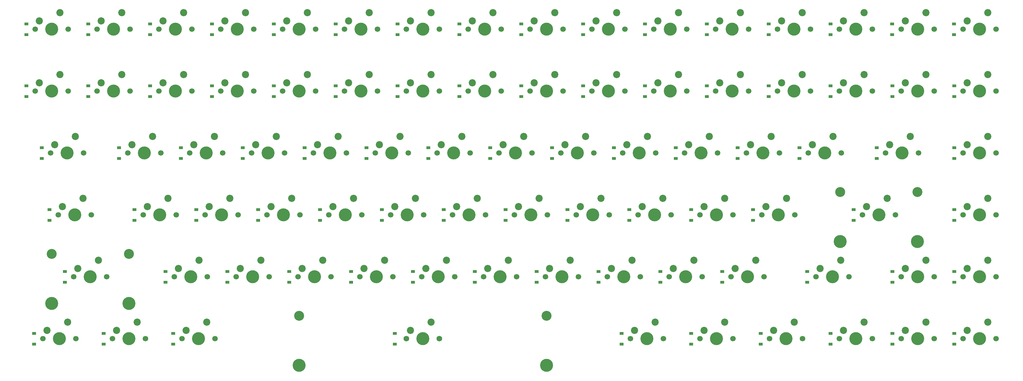
<source format=gbr>
%TF.GenerationSoftware,KiCad,Pcbnew,7.0.1*%
%TF.CreationDate,2023-03-28T18:38:34-04:00*%
%TF.ProjectId,project,70726f6a-6563-4742-9e6b-696361645f70,rev?*%
%TF.SameCoordinates,Original*%
%TF.FileFunction,Soldermask,Top*%
%TF.FilePolarity,Negative*%
%FSLAX46Y46*%
G04 Gerber Fmt 4.6, Leading zero omitted, Abs format (unit mm)*
G04 Created by KiCad (PCBNEW 7.0.1) date 2023-03-28 18:38:34*
%MOMM*%
%LPD*%
G01*
G04 APERTURE LIST*
%ADD10C,2.200000*%
%ADD11C,1.700000*%
%ADD12C,4.000000*%
%ADD13R,1.200000X0.900000*%
%ADD14C,3.050000*%
%ADD15C,1.750000*%
G04 APERTURE END LIST*
D10*
%TO.C,SW18*%
X89535000Y-113030000D03*
X95885000Y-110490000D03*
D11*
X98425000Y-115570000D03*
D12*
X93345000Y-115570000D03*
D11*
X88265000Y-115570000D03*
%TD*%
D13*
%TO.C,D14*%
X80808300Y-152020000D03*
X80808300Y-155320000D03*
%TD*%
%TO.C,D40*%
X166527900Y-132970000D03*
X166527900Y-136270000D03*
%TD*%
%TO.C,D58*%
X247479900Y-75820000D03*
X247479900Y-79120000D03*
%TD*%
%TO.C,D74*%
X285582900Y-171070000D03*
X285582900Y-174370000D03*
%TD*%
D10*
%TO.C,SW11*%
X80010000Y-93980000D03*
X86360000Y-91440000D03*
D11*
X88900000Y-96520000D03*
D12*
X83820000Y-96520000D03*
D11*
X78740000Y-96520000D03*
%TD*%
D10*
%TO.C,SW79*%
X308610000Y-170180000D03*
X314960000Y-167640000D03*
D11*
X317500000Y-172720000D03*
D12*
X312420000Y-172720000D03*
D11*
X307340000Y-172720000D03*
%TD*%
D13*
%TO.C,D67*%
X261771900Y-132970000D03*
X261771900Y-136270000D03*
%TD*%
D10*
%TO.C,SW30*%
X141922500Y-151130000D03*
X148272500Y-148590000D03*
D11*
X150812500Y-153670000D03*
D12*
X145732500Y-153670000D03*
D11*
X140652500Y-153670000D03*
%TD*%
D10*
%TO.C,SW32*%
X156210000Y-93980000D03*
X162560000Y-91440000D03*
D11*
X165100000Y-96520000D03*
D12*
X160020000Y-96520000D03*
D11*
X154940000Y-96520000D03*
%TD*%
D13*
%TO.C,D34*%
X147479100Y-132970000D03*
X147479100Y-136270000D03*
%TD*%
%TO.C,D42*%
X190333500Y-75820000D03*
X190333500Y-79120000D03*
%TD*%
%TO.C,D33*%
X142716900Y-113920000D03*
X142716900Y-117220000D03*
%TD*%
D10*
%TO.C,SW63*%
X246697500Y-170180000D03*
X253047500Y-167640000D03*
D11*
X255587500Y-172720000D03*
D12*
X250507500Y-172720000D03*
D11*
X245427500Y-172720000D03*
%TD*%
D13*
%TO.C,D8*%
X49854000Y-152020000D03*
X49854000Y-155320000D03*
%TD*%
D10*
%TO.C,SW6*%
X60960000Y-74930000D03*
X67310000Y-72390000D03*
D11*
X69850000Y-77470000D03*
D12*
X64770000Y-77470000D03*
D11*
X59690000Y-77470000D03*
%TD*%
D10*
%TO.C,SW23*%
X108585000Y-113030000D03*
X114935000Y-110490000D03*
D11*
X117475000Y-115570000D03*
D12*
X112395000Y-115570000D03*
D11*
X107315000Y-115570000D03*
%TD*%
D13*
%TO.C,D21*%
X114138300Y-75820000D03*
X114138300Y-79120000D03*
%TD*%
D10*
%TO.C,SW66*%
X260985000Y-113030000D03*
X267335000Y-110490000D03*
D11*
X269875000Y-115570000D03*
D12*
X264795000Y-115570000D03*
D11*
X259715000Y-115570000D03*
%TD*%
D13*
%TO.C,D64*%
X266528700Y-75820000D03*
X266528700Y-79120000D03*
%TD*%
%TO.C,D73*%
X278439600Y-152020000D03*
X278439600Y-155320000D03*
%TD*%
D10*
%TO.C,SW68*%
X268128750Y-170180000D03*
X274478750Y-167640000D03*
D11*
X277018750Y-172720000D03*
D12*
X271938750Y-172720000D03*
D11*
X266858750Y-172720000D03*
%TD*%
D13*
%TO.C,D77*%
X299869500Y-113920000D03*
X299869500Y-117220000D03*
%TD*%
%TO.C,D35*%
X157003500Y-152020000D03*
X157003500Y-155320000D03*
%TD*%
D10*
%TO.C,SW84*%
X327660000Y-151130000D03*
X334010000Y-148590000D03*
D11*
X336550000Y-153670000D03*
D12*
X331470000Y-153670000D03*
D11*
X326390000Y-153670000D03*
%TD*%
D13*
%TO.C,D46*%
X195101100Y-152020000D03*
X195101100Y-155320000D03*
%TD*%
%TO.C,D3*%
X42710700Y-113920000D03*
X42710700Y-117220000D03*
%TD*%
D10*
%TO.C,SW71*%
X280035000Y-113030000D03*
X286385000Y-110490000D03*
D11*
X288925000Y-115570000D03*
D12*
X283845000Y-115570000D03*
D11*
X278765000Y-115570000D03*
%TD*%
D10*
%TO.C,SW46*%
X199072500Y-151130000D03*
X205422500Y-148590000D03*
D11*
X207962500Y-153670000D03*
D12*
X202882500Y-153670000D03*
D11*
X197802500Y-153670000D03*
%TD*%
D10*
%TO.C,SW1*%
X41910000Y-74930000D03*
X48260000Y-72390000D03*
D11*
X50800000Y-77470000D03*
D12*
X45720000Y-77470000D03*
D11*
X40640000Y-77470000D03*
%TD*%
D10*
%TO.C,SW73*%
X282416250Y-151130000D03*
X288766250Y-148590000D03*
D11*
X291306250Y-153670000D03*
D12*
X286226250Y-153670000D03*
D11*
X281146250Y-153670000D03*
%TD*%
D10*
%TO.C,SW36*%
X156210000Y-170180000D03*
X162560000Y-167640000D03*
D12*
X198120000Y-180960000D03*
D14*
X198120000Y-165720000D03*
D15*
X165100000Y-172720000D03*
D12*
X160020000Y-172720000D03*
D15*
X154940000Y-172720000D03*
D12*
X121920000Y-180960000D03*
D14*
X121920000Y-165720000D03*
%TD*%
D13*
%TO.C,D19*%
X90332700Y-132970000D03*
X90332700Y-136270000D03*
%TD*%
%TO.C,D9*%
X61759500Y-171070000D03*
X61759500Y-174370000D03*
%TD*%
%TO.C,D81*%
X323680500Y-94870000D03*
X323680500Y-98170000D03*
%TD*%
D10*
%TO.C,SW55*%
X227647500Y-132080000D03*
X233997500Y-129540000D03*
D11*
X236537500Y-134620000D03*
D12*
X231457500Y-134620000D03*
D11*
X226377500Y-134620000D03*
%TD*%
D13*
%TO.C,D25*%
X118905900Y-152020000D03*
X118905900Y-155320000D03*
%TD*%
D10*
%TO.C,SW83*%
X327660000Y-132080000D03*
X334010000Y-129540000D03*
D11*
X336550000Y-134620000D03*
D12*
X331470000Y-134620000D03*
D11*
X326390000Y-134620000D03*
%TD*%
D10*
%TO.C,SW81*%
X327660000Y-93980000D03*
X334010000Y-91440000D03*
D11*
X336550000Y-96520000D03*
D12*
X331470000Y-96520000D03*
D11*
X326390000Y-96520000D03*
%TD*%
D10*
%TO.C,SW10*%
X80010000Y-74930000D03*
X86360000Y-72390000D03*
D11*
X88900000Y-77470000D03*
D12*
X83820000Y-77470000D03*
D11*
X78740000Y-77470000D03*
%TD*%
D10*
%TO.C,SW53*%
X232410000Y-93980000D03*
X238760000Y-91440000D03*
D11*
X241300000Y-96520000D03*
D12*
X236220000Y-96520000D03*
D11*
X231140000Y-96520000D03*
%TD*%
D10*
%TO.C,SW13*%
X75247500Y-132080000D03*
X81597500Y-129540000D03*
D11*
X84137500Y-134620000D03*
D12*
X79057500Y-134620000D03*
D11*
X73977500Y-134620000D03*
%TD*%
D10*
%TO.C,SW67*%
X265747500Y-132080000D03*
X272097500Y-129540000D03*
D11*
X274637500Y-134620000D03*
D12*
X269557500Y-134620000D03*
D11*
X264477500Y-134620000D03*
%TD*%
D10*
%TO.C,SW31*%
X156210000Y-74930000D03*
X162560000Y-72390000D03*
D11*
X165100000Y-77470000D03*
D12*
X160020000Y-77470000D03*
D11*
X154940000Y-77470000D03*
%TD*%
D10*
%TO.C,SW61*%
X246697500Y-132080000D03*
X253047500Y-129540000D03*
D11*
X255587500Y-134620000D03*
D12*
X250507500Y-134620000D03*
D11*
X245427500Y-134620000D03*
%TD*%
D10*
%TO.C,SW21*%
X118110000Y-74930000D03*
X124460000Y-72390000D03*
D11*
X127000000Y-77470000D03*
D12*
X121920000Y-77470000D03*
D11*
X116840000Y-77470000D03*
%TD*%
D10*
%TO.C,SW39*%
X165735000Y-113030000D03*
X172085000Y-110490000D03*
D11*
X174625000Y-115570000D03*
D12*
X169545000Y-115570000D03*
D11*
X164465000Y-115570000D03*
%TD*%
D10*
%TO.C,SW37*%
X175260000Y-74930000D03*
X181610000Y-72390000D03*
D11*
X184150000Y-77470000D03*
D12*
X179070000Y-77470000D03*
D11*
X173990000Y-77470000D03*
%TD*%
D13*
%TO.C,D70*%
X285582900Y-94870000D03*
X285582900Y-98170000D03*
%TD*%
%TO.C,D18*%
X85570500Y-113920000D03*
X85570500Y-117220000D03*
%TD*%
D10*
%TO.C,SW14*%
X84772500Y-151130000D03*
X91122500Y-148590000D03*
D11*
X93662500Y-153670000D03*
D12*
X88582500Y-153670000D03*
D11*
X83502500Y-153670000D03*
%TD*%
D10*
%TO.C,SW20*%
X103822500Y-151130000D03*
X110172500Y-148590000D03*
D11*
X112712500Y-153670000D03*
D12*
X107632500Y-153670000D03*
D11*
X102552500Y-153670000D03*
%TD*%
D13*
%TO.C,D10*%
X76040700Y-75820000D03*
X76040700Y-79120000D03*
%TD*%
%TO.C,D79*%
X304631700Y-171070000D03*
X304631700Y-174370000D03*
%TD*%
D10*
%TO.C,SW17*%
X99060000Y-93980000D03*
X105410000Y-91440000D03*
D11*
X107950000Y-96520000D03*
D12*
X102870000Y-96520000D03*
D11*
X97790000Y-96520000D03*
%TD*%
D13*
%TO.C,D44*%
X180814500Y-113920000D03*
X180814500Y-117220000D03*
%TD*%
%TO.C,D52*%
X228431100Y-75820000D03*
X228431100Y-79120000D03*
%TD*%
D10*
%TO.C,SW8*%
X53816250Y-151130000D03*
X60166250Y-148590000D03*
D12*
X69526250Y-161910000D03*
D14*
X69526250Y-146670000D03*
D11*
X62706250Y-153670000D03*
D12*
X57626250Y-153670000D03*
D11*
X52546250Y-153670000D03*
D12*
X45726250Y-161910000D03*
D14*
X45726250Y-146670000D03*
%TD*%
D10*
%TO.C,SW4*%
X49053750Y-132080000D03*
X55403750Y-129540000D03*
D11*
X57943750Y-134620000D03*
D12*
X52863750Y-134620000D03*
D11*
X47783750Y-134620000D03*
%TD*%
D13*
%TO.C,D51*%
X214149900Y-152020000D03*
X214149900Y-155320000D03*
%TD*%
%TO.C,D55*%
X223674300Y-132970000D03*
X223674300Y-136270000D03*
%TD*%
D10*
%TO.C,SW75*%
X308610000Y-74930000D03*
X314960000Y-72390000D03*
D11*
X317500000Y-77470000D03*
D12*
X312420000Y-77470000D03*
D11*
X307340000Y-77470000D03*
%TD*%
D10*
%TO.C,SW7*%
X60960000Y-93980000D03*
X67310000Y-91440000D03*
D11*
X69850000Y-96520000D03*
D12*
X64770000Y-96520000D03*
D11*
X59690000Y-96520000D03*
%TD*%
D13*
%TO.C,D32*%
X152241300Y-94870000D03*
X152241300Y-98170000D03*
%TD*%
%TO.C,D75*%
X304626300Y-75820000D03*
X304626300Y-79120000D03*
%TD*%
D10*
%TO.C,SW70*%
X289560000Y-93980000D03*
X295910000Y-91440000D03*
D11*
X298450000Y-96520000D03*
D12*
X293370000Y-96520000D03*
D11*
X288290000Y-96520000D03*
%TD*%
D10*
%TO.C,SW5*%
X44291250Y-170180000D03*
X50641250Y-167640000D03*
D11*
X53181250Y-172720000D03*
D12*
X48101250Y-172720000D03*
D11*
X43021250Y-172720000D03*
%TD*%
D10*
%TO.C,SW77*%
X303847500Y-113030000D03*
X310197500Y-110490000D03*
D11*
X312737500Y-115570000D03*
D12*
X307657500Y-115570000D03*
D11*
X302577500Y-115570000D03*
%TD*%
D10*
%TO.C,SW58*%
X251460000Y-74930000D03*
X257810000Y-72390000D03*
D11*
X260350000Y-77470000D03*
D12*
X255270000Y-77470000D03*
D11*
X250190000Y-77470000D03*
%TD*%
D13*
%TO.C,D1*%
X37943100Y-75820000D03*
X37943100Y-79120000D03*
%TD*%
D10*
%TO.C,SW22*%
X118110000Y-93980000D03*
X124460000Y-91440000D03*
D11*
X127000000Y-96520000D03*
D12*
X121920000Y-96520000D03*
D11*
X116840000Y-96520000D03*
%TD*%
D10*
%TO.C,SW38*%
X175260000Y-93980000D03*
X181610000Y-91440000D03*
D11*
X184150000Y-96520000D03*
D12*
X179070000Y-96520000D03*
D11*
X173990000Y-96520000D03*
%TD*%
D13*
%TO.C,D49*%
X199863300Y-113920000D03*
X199863300Y-117220000D03*
%TD*%
%TO.C,D37*%
X171284700Y-75820000D03*
X171284700Y-79120000D03*
%TD*%
%TO.C,D54*%
X218912100Y-113920000D03*
X218912100Y-117220000D03*
%TD*%
D10*
%TO.C,SW45*%
X189547500Y-132080000D03*
X195897500Y-129540000D03*
D11*
X198437500Y-134620000D03*
D12*
X193357500Y-134620000D03*
D11*
X188277500Y-134620000D03*
%TD*%
D13*
%TO.C,D28*%
X123668100Y-113920000D03*
X123668100Y-117220000D03*
%TD*%
%TO.C,D48*%
X209387700Y-94870000D03*
X209387700Y-98170000D03*
%TD*%
D10*
%TO.C,SW82*%
X327660000Y-113030000D03*
X334010000Y-110490000D03*
D11*
X336550000Y-115570000D03*
D12*
X331470000Y-115570000D03*
D11*
X326390000Y-115570000D03*
%TD*%
D13*
%TO.C,D31*%
X152235900Y-75820000D03*
X152235900Y-79120000D03*
%TD*%
%TO.C,D71*%
X276058500Y-113920000D03*
X276058500Y-117220000D03*
%TD*%
%TO.C,D80*%
X323675100Y-75820000D03*
X323675100Y-79120000D03*
%TD*%
%TO.C,D17*%
X95094900Y-94870000D03*
X95094900Y-98170000D03*
%TD*%
%TO.C,D16*%
X95089500Y-75820000D03*
X95089500Y-79120000D03*
%TD*%
%TO.C,D39*%
X161765700Y-113920000D03*
X161765700Y-117220000D03*
%TD*%
D10*
%TO.C,SW16*%
X99060000Y-74930000D03*
X105410000Y-72390000D03*
D11*
X107950000Y-77470000D03*
D12*
X102870000Y-77470000D03*
D11*
X97790000Y-77470000D03*
%TD*%
D10*
%TO.C,SW19*%
X94297500Y-132080000D03*
X100647500Y-129540000D03*
D11*
X103187500Y-134620000D03*
D12*
X98107500Y-134620000D03*
D11*
X93027500Y-134620000D03*
%TD*%
D10*
%TO.C,SW85*%
X327660000Y-170180000D03*
X334010000Y-167640000D03*
D11*
X336550000Y-172720000D03*
D12*
X331470000Y-172720000D03*
D11*
X326390000Y-172720000D03*
%TD*%
D10*
%TO.C,SW64*%
X270510000Y-74930000D03*
X276860000Y-72390000D03*
D11*
X279400000Y-77470000D03*
D12*
X274320000Y-77470000D03*
D11*
X269240000Y-77470000D03*
%TD*%
D10*
%TO.C,SW51*%
X218122500Y-151130000D03*
X224472500Y-148590000D03*
D11*
X227012500Y-153670000D03*
D12*
X221932500Y-153670000D03*
D11*
X216852500Y-153670000D03*
%TD*%
D13*
%TO.C,D45*%
X185576700Y-132970000D03*
X185576700Y-136270000D03*
%TD*%
%TO.C,D69*%
X285577500Y-75820000D03*
X285577500Y-79120000D03*
%TD*%
D10*
%TO.C,SW34*%
X151447500Y-132080000D03*
X157797500Y-129540000D03*
D11*
X160337500Y-134620000D03*
D12*
X155257500Y-134620000D03*
D11*
X150177500Y-134620000D03*
%TD*%
D10*
%TO.C,SW59*%
X251460000Y-93980000D03*
X257810000Y-91440000D03*
D11*
X260350000Y-96520000D03*
D12*
X255270000Y-96520000D03*
D11*
X250190000Y-96520000D03*
%TD*%
D13*
%TO.C,D13*%
X71283900Y-132970000D03*
X71283900Y-136270000D03*
%TD*%
%TO.C,D11*%
X76046100Y-94870000D03*
X76046100Y-98170000D03*
%TD*%
D10*
%TO.C,SW50*%
X208597500Y-132080000D03*
X214947500Y-129540000D03*
D11*
X217487500Y-134620000D03*
D12*
X212407500Y-134620000D03*
D11*
X207327500Y-134620000D03*
%TD*%
D13*
%TO.C,D5*%
X40329600Y-171070000D03*
X40329600Y-174370000D03*
%TD*%
D10*
%TO.C,SW54*%
X222885000Y-113030000D03*
X229235000Y-110490000D03*
D11*
X231775000Y-115570000D03*
D12*
X226695000Y-115570000D03*
D11*
X221615000Y-115570000D03*
%TD*%
D13*
%TO.C,D38*%
X171290100Y-94870000D03*
X171290100Y-98170000D03*
%TD*%
D10*
%TO.C,SW3*%
X46672500Y-113030000D03*
X53022500Y-110490000D03*
D11*
X55562500Y-115570000D03*
D12*
X50482500Y-115570000D03*
D11*
X45402500Y-115570000D03*
%TD*%
D13*
%TO.C,D50*%
X204625500Y-132970000D03*
X204625500Y-136270000D03*
%TD*%
%TO.C,D22*%
X114143700Y-94870000D03*
X114143700Y-98170000D03*
%TD*%
D10*
%TO.C,SW15*%
X87153750Y-170180000D03*
X93503750Y-167640000D03*
D11*
X96043750Y-172720000D03*
D12*
X90963750Y-172720000D03*
D11*
X85883750Y-172720000D03*
%TD*%
D13*
%TO.C,D20*%
X99857100Y-152020000D03*
X99857100Y-155320000D03*
%TD*%
%TO.C,D29*%
X128430300Y-132970000D03*
X128430300Y-136270000D03*
%TD*%
D10*
%TO.C,SW57*%
X225266250Y-170180000D03*
X231616250Y-167640000D03*
D11*
X234156250Y-172720000D03*
D12*
X229076250Y-172720000D03*
D11*
X223996250Y-172720000D03*
%TD*%
D10*
%TO.C,SW48*%
X213360000Y-93980000D03*
X219710000Y-91440000D03*
D11*
X222250000Y-96520000D03*
D12*
X217170000Y-96520000D03*
D11*
X212090000Y-96520000D03*
%TD*%
D13*
%TO.C,D60*%
X237960900Y-113920000D03*
X237960900Y-117220000D03*
%TD*%
D10*
%TO.C,SW26*%
X137160000Y-74930000D03*
X143510000Y-72390000D03*
D11*
X146050000Y-77470000D03*
D12*
X140970000Y-77470000D03*
D11*
X135890000Y-77470000D03*
%TD*%
D13*
%TO.C,D30*%
X137954700Y-152020000D03*
X137954700Y-155320000D03*
%TD*%
D10*
%TO.C,SW56*%
X237172500Y-151130000D03*
X243522500Y-148590000D03*
D11*
X246062500Y-153670000D03*
D12*
X240982500Y-153670000D03*
D11*
X235902500Y-153670000D03*
%TD*%
D10*
%TO.C,SW78*%
X308610000Y-151130000D03*
X314960000Y-148590000D03*
D11*
X317500000Y-153670000D03*
D12*
X312420000Y-153670000D03*
D11*
X307340000Y-153670000D03*
%TD*%
D13*
%TO.C,D82*%
X323680500Y-113920000D03*
X323680500Y-117220000D03*
%TD*%
%TO.C,D2*%
X37948500Y-94870000D03*
X37948500Y-98170000D03*
%TD*%
%TO.C,D23*%
X104619300Y-113920000D03*
X104619300Y-117220000D03*
%TD*%
%TO.C,D26*%
X133187100Y-75820000D03*
X133187100Y-79120000D03*
%TD*%
%TO.C,D66*%
X257009700Y-113920000D03*
X257009700Y-117220000D03*
%TD*%
D10*
%TO.C,SW74*%
X289560000Y-170180000D03*
X295910000Y-167640000D03*
D11*
X298450000Y-172720000D03*
D12*
X293370000Y-172720000D03*
D11*
X288290000Y-172720000D03*
%TD*%
D13*
%TO.C,D36*%
X151447600Y-171070000D03*
X151447600Y-174370000D03*
%TD*%
D10*
%TO.C,SW33*%
X146685000Y-113030000D03*
X153035000Y-110490000D03*
D11*
X155575000Y-115570000D03*
D12*
X150495000Y-115570000D03*
D11*
X145415000Y-115570000D03*
%TD*%
D10*
%TO.C,SW12*%
X70485000Y-113030000D03*
X76835000Y-110490000D03*
D11*
X79375000Y-115570000D03*
D12*
X74295000Y-115570000D03*
D11*
X69215000Y-115570000D03*
%TD*%
D13*
%TO.C,D53*%
X228436500Y-94870000D03*
X228436500Y-98170000D03*
%TD*%
D10*
%TO.C,SW25*%
X122872500Y-151130000D03*
X129222500Y-148590000D03*
D11*
X131762500Y-153670000D03*
D12*
X126682500Y-153670000D03*
D11*
X121602500Y-153670000D03*
%TD*%
D13*
%TO.C,D56*%
X233198700Y-152020000D03*
X233198700Y-155320000D03*
%TD*%
%TO.C,D62*%
X252247500Y-152020000D03*
X252247500Y-155320000D03*
%TD*%
D10*
%TO.C,SW69*%
X289560000Y-74930000D03*
X295910000Y-72390000D03*
D11*
X298450000Y-77470000D03*
D12*
X293370000Y-77470000D03*
D11*
X288290000Y-77470000D03*
%TD*%
D13*
%TO.C,D83*%
X323680500Y-132970000D03*
X323680500Y-136270000D03*
%TD*%
%TO.C,D65*%
X266534100Y-94870000D03*
X266534100Y-98170000D03*
%TD*%
D10*
%TO.C,SW2*%
X41910000Y-93980000D03*
X48260000Y-91440000D03*
D11*
X50800000Y-96520000D03*
D12*
X45720000Y-96520000D03*
D11*
X40640000Y-96520000D03*
%TD*%
D13*
%TO.C,D84*%
X323680500Y-152020000D03*
X323680500Y-155320000D03*
%TD*%
D10*
%TO.C,SW40*%
X170497500Y-132080000D03*
X176847500Y-129540000D03*
D11*
X179387500Y-134620000D03*
D12*
X174307500Y-134620000D03*
D11*
X169227500Y-134620000D03*
%TD*%
D10*
%TO.C,SW44*%
X184785000Y-113030000D03*
X191135000Y-110490000D03*
D11*
X193675000Y-115570000D03*
D12*
X188595000Y-115570000D03*
D11*
X183515000Y-115570000D03*
%TD*%
D10*
%TO.C,SW72*%
X296703750Y-132080000D03*
X303053750Y-129540000D03*
D12*
X312413750Y-142860000D03*
D14*
X312413750Y-127620000D03*
D11*
X305593750Y-134620000D03*
D12*
X300513750Y-134620000D03*
D11*
X295433750Y-134620000D03*
D12*
X288613750Y-142860000D03*
D14*
X288613750Y-127620000D03*
%TD*%
D10*
%TO.C,SW76*%
X308610000Y-93980000D03*
X314960000Y-91440000D03*
D11*
X317500000Y-96520000D03*
D12*
X312420000Y-96520000D03*
D11*
X307340000Y-96520000D03*
%TD*%
D13*
%TO.C,D59*%
X247485300Y-94870000D03*
X247485300Y-98170000D03*
%TD*%
%TO.C,D43*%
X190338900Y-94870000D03*
X190338900Y-98170000D03*
%TD*%
D10*
%TO.C,SW62*%
X256222500Y-151130000D03*
X262572500Y-148590000D03*
D11*
X265112500Y-153670000D03*
D12*
X260032500Y-153670000D03*
D11*
X254952500Y-153670000D03*
%TD*%
D10*
%TO.C,SW80*%
X327660000Y-74930000D03*
X334010000Y-72390000D03*
D11*
X336550000Y-77470000D03*
D12*
X331470000Y-77470000D03*
D11*
X326390000Y-77470000D03*
%TD*%
D13*
%TO.C,D68*%
X264153000Y-171070000D03*
X264153000Y-174370000D03*
%TD*%
%TO.C,D12*%
X66521700Y-113920000D03*
X66521700Y-117220000D03*
%TD*%
%TO.C,D7*%
X56997300Y-94870000D03*
X56997300Y-98170000D03*
%TD*%
%TO.C,D24*%
X109381500Y-132970000D03*
X109381500Y-136270000D03*
%TD*%
%TO.C,D41*%
X176052300Y-152020000D03*
X176052300Y-155320000D03*
%TD*%
%TO.C,D27*%
X133192500Y-94870000D03*
X133192500Y-98170000D03*
%TD*%
D10*
%TO.C,SW41*%
X180022500Y-151130000D03*
X186372500Y-148590000D03*
D11*
X188912500Y-153670000D03*
D12*
X183832500Y-153670000D03*
D11*
X178752500Y-153670000D03*
%TD*%
D10*
%TO.C,SW65*%
X270510000Y-93980000D03*
X276860000Y-91440000D03*
D11*
X279400000Y-96520000D03*
D12*
X274320000Y-96520000D03*
D11*
X269240000Y-96520000D03*
%TD*%
D13*
%TO.C,D76*%
X304631700Y-94870000D03*
X304631700Y-98170000D03*
%TD*%
D10*
%TO.C,SW43*%
X194310000Y-93980000D03*
X200660000Y-91440000D03*
D11*
X203200000Y-96520000D03*
D12*
X198120000Y-96520000D03*
D11*
X193040000Y-96520000D03*
%TD*%
D10*
%TO.C,SW60*%
X241935000Y-113030000D03*
X248285000Y-110490000D03*
D11*
X250825000Y-115570000D03*
D12*
X245745000Y-115570000D03*
D11*
X240665000Y-115570000D03*
%TD*%
D10*
%TO.C,SW24*%
X113347500Y-132080000D03*
X119697500Y-129540000D03*
D11*
X122237500Y-134620000D03*
D12*
X117157500Y-134620000D03*
D11*
X112077500Y-134620000D03*
%TD*%
D13*
%TO.C,D78*%
X304631700Y-152020000D03*
X304631700Y-155320000D03*
%TD*%
%TO.C,D15*%
X83189400Y-171070000D03*
X83189400Y-174370000D03*
%TD*%
D10*
%TO.C,SW28*%
X127635000Y-113030000D03*
X133985000Y-110490000D03*
D11*
X136525000Y-115570000D03*
D12*
X131445000Y-115570000D03*
D11*
X126365000Y-115570000D03*
%TD*%
D10*
%TO.C,SW49*%
X203835000Y-113030000D03*
X210185000Y-110490000D03*
D11*
X212725000Y-115570000D03*
D12*
X207645000Y-115570000D03*
D11*
X202565000Y-115570000D03*
%TD*%
D10*
%TO.C,SW35*%
X160972500Y-151130000D03*
X167322500Y-148590000D03*
D11*
X169862500Y-153670000D03*
D12*
X164782500Y-153670000D03*
D11*
X159702500Y-153670000D03*
%TD*%
D13*
%TO.C,D61*%
X242723100Y-132970000D03*
X242723100Y-136270000D03*
%TD*%
D10*
%TO.C,SW29*%
X132397500Y-132080000D03*
X138747500Y-129540000D03*
D11*
X141287500Y-134620000D03*
D12*
X136207500Y-134620000D03*
D11*
X131127500Y-134620000D03*
%TD*%
D13*
%TO.C,D57*%
X221293200Y-171070000D03*
X221293200Y-174370000D03*
%TD*%
%TO.C,D85*%
X323680500Y-171070000D03*
X323680500Y-174370000D03*
%TD*%
D10*
%TO.C,SW52*%
X232410000Y-74930000D03*
X238760000Y-72390000D03*
D11*
X241300000Y-77470000D03*
D12*
X236220000Y-77470000D03*
D11*
X231140000Y-77470000D03*
%TD*%
D13*
%TO.C,D4*%
X45091800Y-132970000D03*
X45091800Y-136270000D03*
%TD*%
%TO.C,D47*%
X209382300Y-75820000D03*
X209382300Y-79120000D03*
%TD*%
D10*
%TO.C,SW9*%
X65722500Y-170180000D03*
X72072500Y-167640000D03*
D11*
X74612500Y-172720000D03*
D12*
X69532500Y-172720000D03*
D11*
X64452500Y-172720000D03*
%TD*%
D13*
%TO.C,D63*%
X242723100Y-171070000D03*
X242723100Y-174370000D03*
%TD*%
D10*
%TO.C,SW42*%
X194310000Y-74930000D03*
X200660000Y-72390000D03*
D11*
X203200000Y-77470000D03*
D12*
X198120000Y-77470000D03*
D11*
X193040000Y-77470000D03*
%TD*%
D13*
%TO.C,D6*%
X56991900Y-75820000D03*
X56991900Y-79120000D03*
%TD*%
%TO.C,D72*%
X292726200Y-132970000D03*
X292726200Y-136270000D03*
%TD*%
D10*
%TO.C,SW47*%
X213360000Y-74930000D03*
X219710000Y-72390000D03*
D11*
X222250000Y-77470000D03*
D12*
X217170000Y-77470000D03*
D11*
X212090000Y-77470000D03*
%TD*%
D10*
%TO.C,SW27*%
X137160000Y-93980000D03*
X143510000Y-91440000D03*
D11*
X146050000Y-96520000D03*
D12*
X140970000Y-96520000D03*
D11*
X135890000Y-96520000D03*
%TD*%
M02*

</source>
